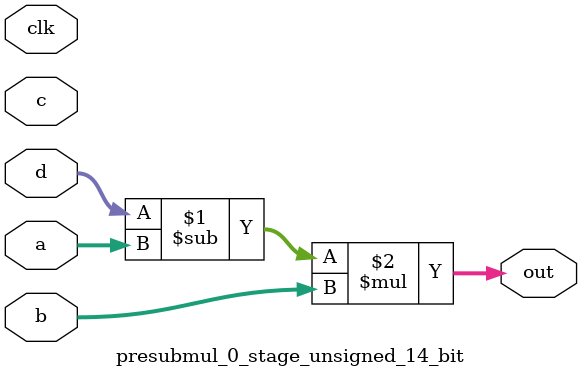
<source format=sv>
(* use_dsp = "yes" *) module presubmul_0_stage_unsigned_14_bit(
	input  [13:0] a,
	input  [13:0] b,
	input  [13:0] c,
	input  [13:0] d,
	output [13:0] out,
	input clk);

	assign out = (d - a) * b;
endmodule

</source>
